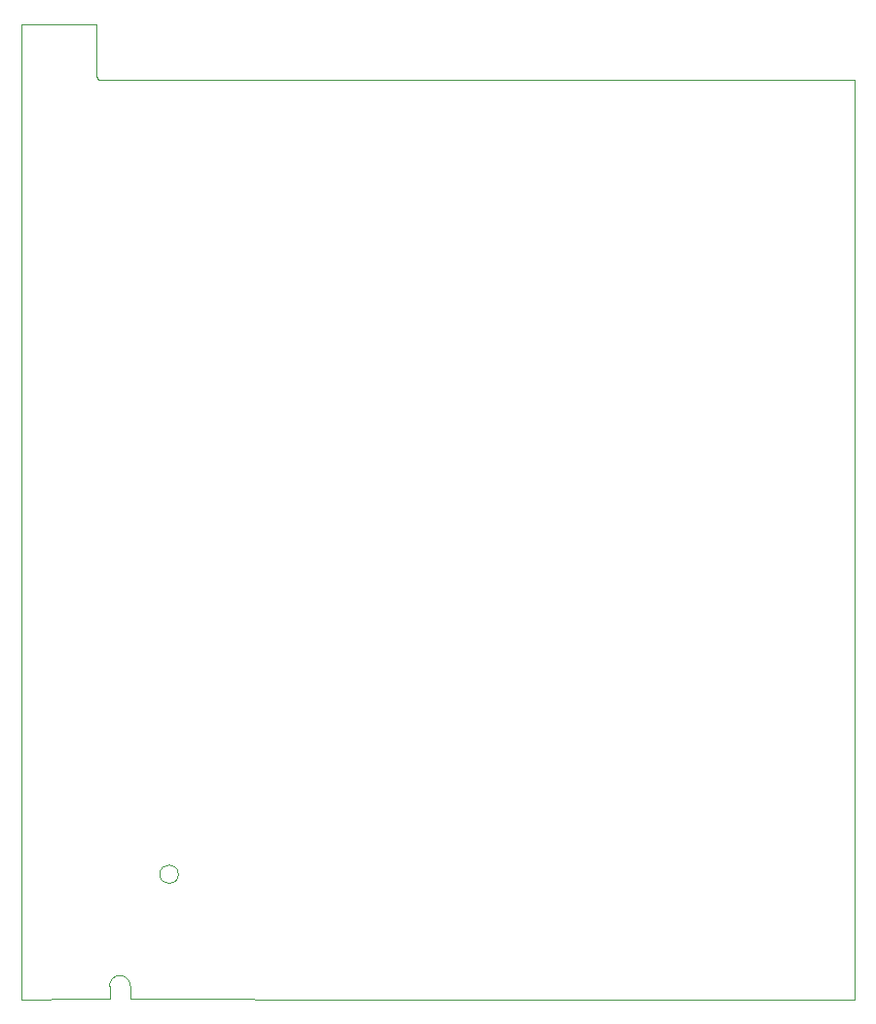
<source format=gbr>
%TF.GenerationSoftware,KiCad,Pcbnew,8.0.4*%
%TF.CreationDate,2025-09-19T21:11:49+01:00*%
%TF.ProjectId,devboard,64657662-6f61-4726-942e-6b696361645f,rev?*%
%TF.SameCoordinates,Original*%
%TF.FileFunction,Profile,NP*%
%FSLAX46Y46*%
G04 Gerber Fmt 4.6, Leading zero omitted, Abs format (unit mm)*
G04 Created by KiCad (PCBNEW 8.0.4) date 2025-09-19 21:11:49*
%MOMM*%
%LPD*%
G01*
G04 APERTURE LIST*
%TA.AperFunction,Profile*%
%ADD10C,0.050000*%
%TD*%
G04 APERTURE END LIST*
D10*
X178037500Y-135975000D02*
X181500000Y-136000000D01*
X166250000Y-56000000D02*
X232000000Y-56000000D01*
X232000000Y-136000000D02*
X232000000Y-56000000D01*
X164675000Y-135975000D02*
X159500000Y-136000000D01*
X159500000Y-136000000D02*
X159500000Y-56000000D01*
X181500000Y-136000000D02*
X232000000Y-136000000D01*
X159550000Y-55700000D02*
X159500000Y-56000000D01*
X166075000Y-55700000D02*
X166250000Y-56000000D01*
%TO.C,U6*%
X167187500Y-135975000D02*
X164675000Y-135975000D01*
X167188438Y-134873093D02*
X167187500Y-135975000D01*
X168987500Y-135975000D02*
X168987500Y-134850000D01*
X168987500Y-135975000D02*
X178037500Y-135975000D01*
X167188438Y-134873093D02*
G75*
G02*
X168987500Y-134850000I899062J48093D01*
G01*
X173181913Y-125125000D02*
G75*
G02*
X171562499Y-125125000I-809707J0D01*
G01*
X171562499Y-125125000D02*
G75*
G02*
X173181913Y-125125000I809707J0D01*
G01*
%TO.C,U1*%
X159550000Y-51200000D02*
X159550000Y-55700000D01*
X166075000Y-51200000D02*
X159550000Y-51200000D01*
X166075000Y-55700000D02*
X166075000Y-51200000D01*
%TD*%
M02*

</source>
